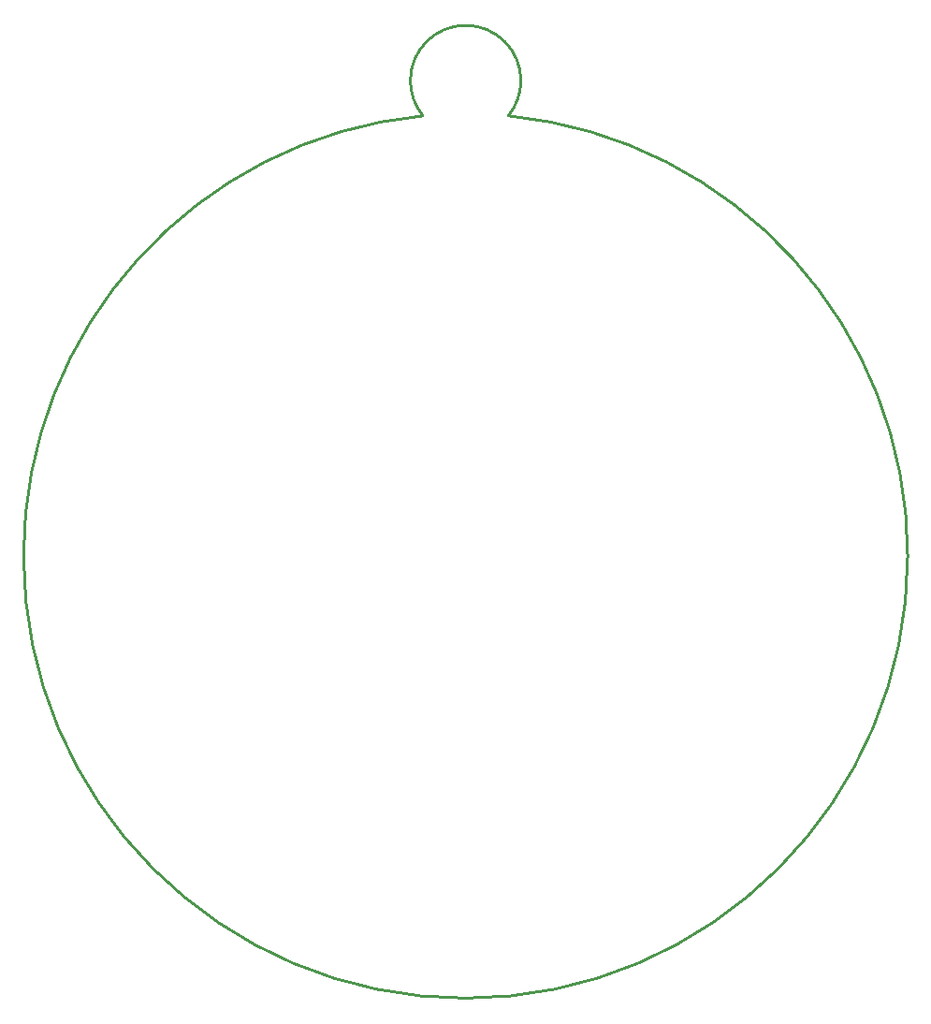
<source format=gko>
G04 Layer: BoardOutlineLayer*
G04 EasyEDA Pro v2.2.45.4, 2025-12-13 23:55:32*
G04 Gerber Generator version 0.3*
G04 Scale: 100 percent, Rotated: No, Reflected: No*
G04 Dimensions in millimeters*
G04 Leading zeros omitted, absolute positions, 4 integers and 5 decimals*
G04 Generated by one-click*
%FSLAX45Y45*%
%MOMM*%
%ADD10C,0.254*%
%ADD11C,0.8832*%
G75*


G04 PolygonModel Start*
G54D10*
G01X4000000Y0D02*
G02X0Y-4000000I-4000000J0D01*
G02X-4000000Y0I0J4000000D01*
G02X-385345Y3981395I3999998J1D01*
G02X-500000Y4300000I385345J318605D01*
G02X0Y4800000I500000J0D01*
G02X500000Y4300000I0J-500000D01*
G02X385345Y3981395I-500000J0D01*
G02X4000000Y0I-385344J-3981394D01*

M02*


</source>
